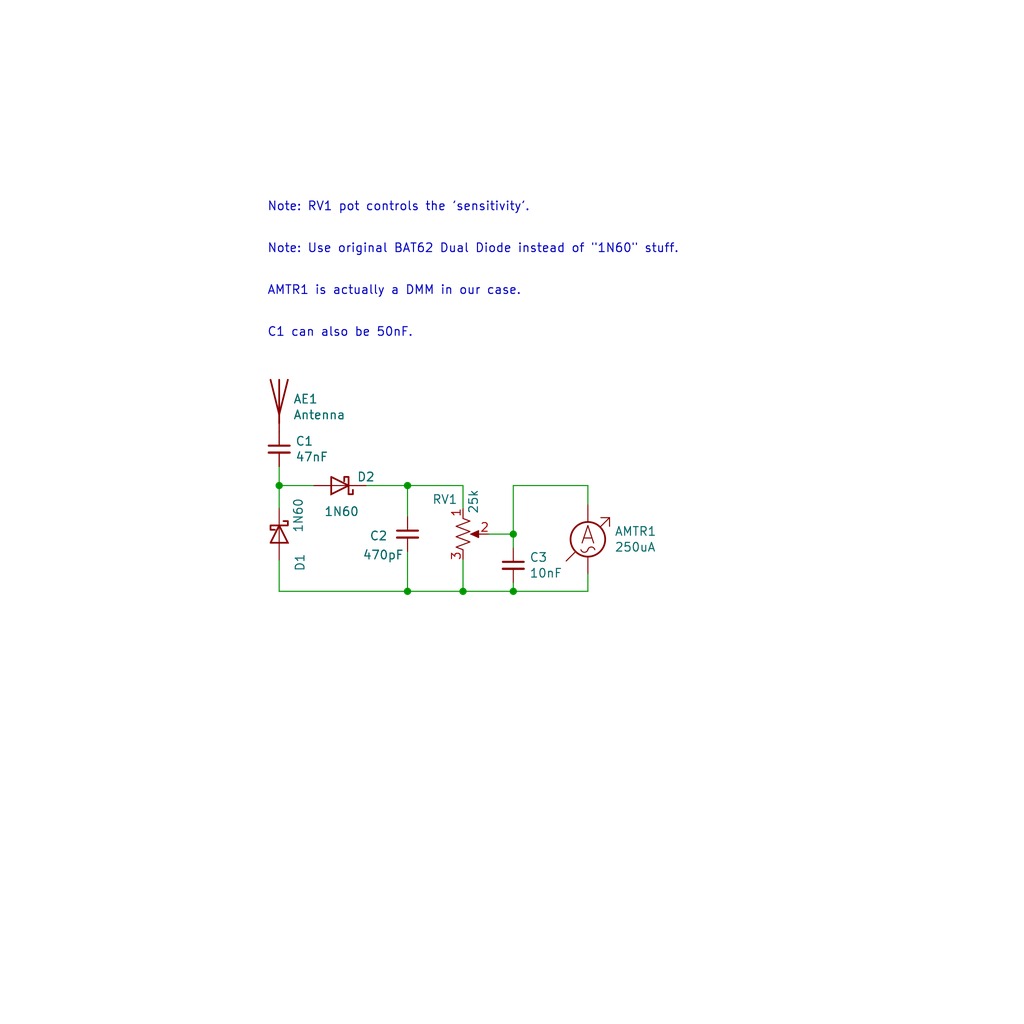
<source format=kicad_sch>
(kicad_sch (version 20211123) (generator eeschema)
  (paper "User" 150.012 150.012)
  (lib_symbols
    (symbol "Device:Amperemeter_AC" (pin_numbers hide) (pin_names (offset 0.0254) hide)
      (property "Reference" "MES" (at -3.302 1.016 0))
      (property "Value" "Device_Amperemeter_AC" (at -3.302 -0.762 0))
      (symbol "Amperemeter_AC_0_0"
        (polyline (pts (xy -3.175 -3.175) (xy -1.905 -1.905)))
        (polyline (pts (xy 1.905 1.905) (xy 3.175 3.175)))
        (polyline (pts (xy 1.905 3.175) (xy 3.175 3.175) (xy 3.175 1.905)))
        (text "A" (at 0 0.635 0) (effects (font (size 2.54 2.54))))
      )
      (symbol "Amperemeter_AC_0_1"
        (arc (start -1.016 -1.524) (mid -0.508 -1.902) (end 0 -1.524))
        (circle (center 0 0) (radius 2.54) (stroke (width 0.254)))
        (arc (start 1.016 -1.524) (mid 0.508 -1.1274) (end 0 -1.524))
      )
      (symbol "Amperemeter_AC_1_1"
        (pin passive line (at 0 -5.08 90) (length 2.54) (name "~") (number "1"))
        (pin passive line (at 0 5.08 270) (length 2.54) (name "~") (number "2"))
      )
    )
    (symbol "Device:Antenna" (pin_numbers hide) (pin_names (offset 1.016) hide)
      (property "Reference" "AE" (at -1.905 1.905 0))
      (property "Value" "Antenna" (at -1.905 0 0))
      (symbol "Antenna_0_1"
        (polyline (pts (xy 0 2.54) (xy 0 -3.81)) (stroke (width 0.254)))
        (polyline (pts (xy 1.27 2.54) (xy 0 -2.54) (xy -1.27 2.54)) (stroke (width 0.254)))
      )
      (symbol "Antenna_1_1"
        (pin input line (at 0 -5.08 90) (length 2.54) (name "A") (number "1"))
      )
    )
    (symbol "Device:C_Small" (pin_numbers hide) (pin_names (offset 0.254) hide)
      (property "Reference" "C" (at 0.254 1.778 0))
      (property "Value" "C_Small" (at 0.254 -2.032 0))
      (symbol "C_Small_0_1"
        (polyline (pts (xy -1.524 -0.508) (xy 1.524 -0.508)) (stroke (width 0.3302)))
        (polyline (pts (xy -1.524 0.508) (xy 1.524 0.508)) (stroke (width 0.3048)))
      )
      (symbol "C_Small_1_1"
        (pin passive line (at 0 2.54 270) (length 2.032) (name "~") (number "1"))
        (pin passive line (at 0 -2.54 90) (length 2.032) (name "~") (number "2"))
      )
    )
    (symbol "Device:R_POT_US" (pin_names (offset 1.016) hide)
      (property "Reference" "RV" (at -4.445 0 90))
      (property "Value" "Device_R_POT_US" (at -2.54 0 90))
      (symbol "R_POT_US_0_1"
        (polyline (pts (xy 0 -2.286) (xy 0 -2.54)))
        (polyline (pts (xy 0 2.54) (xy 0 2.286)))
        (polyline (pts (xy 2.54 0) (xy 1.524 0)))
        (polyline (pts (xy 1.143 0) (xy 2.286 0.508) (xy 2.286 -0.508) (xy 1.143 0)) (fill (type outline)))
        (polyline (pts (xy 0 -0.762) (xy 1.016 -1.143) (xy 0 -1.524) (xy -1.016 -1.905) (xy 0 -2.286)))
        (polyline (pts (xy 0 0.762) (xy 1.016 0.381) (xy 0 0) (xy -1.016 -0.381) (xy 0 -0.762)))
        (polyline (pts (xy 0 2.286) (xy 1.016 1.905) (xy 0 1.524) (xy -1.016 1.143) (xy 0 0.762)))
      )
      (symbol "R_POT_US_1_1"
        (pin passive line (at 0 3.81 270) (length 1.27) (name "1") (number "1"))
        (pin passive line (at 3.81 0 180) (length 1.27) (name "2") (number "2"))
        (pin passive line (at 0 -3.81 90) (length 1.27) (name "3") (number "3"))
      )
    )
    (symbol "Diode:1N5711" (pin_numbers hide) (pin_names (offset 1.016) hide)
      (property "Reference" "D" (at 0 2.54 0))
      (property "Value" "1N5711" (at 0 -2.54 0))
      (symbol "1N5711_0_1"
        (polyline (pts (xy 1.27 0) (xy -1.27 0)))
        (polyline (pts (xy 1.27 1.27) (xy 1.27 -1.27) (xy -1.27 0) (xy 1.27 1.27)) (stroke (width 0.254)))
        (polyline (pts (xy -1.905 0.635) (xy -1.905 1.27) (xy -1.27 1.27) (xy -1.27 -1.27) (xy -0.635 -1.27) (xy -0.635 -0.635)) (stroke (width 0.254)))
      )
      (symbol "1N5711_1_1"
        (pin passive line (at -3.81 0 0) (length 2.54) (name "K") (number "1"))
        (pin passive line (at 3.81 0 180) (length 2.54) (name "A") (number "2"))
      )
    )
  )
  (junction (at 75.184 86.614))
  (junction (at 67.818 86.614))
  (junction (at 40.894 71.12))
  (junction (at 59.69 86.614))
  (junction (at 59.69 71.12))
  (junction (at 75.184 78.232))
  (wire (pts (xy 40.894 68.326) (xy 40.894 71.12)))
  (wire (pts (xy 59.69 86.614) (xy 67.818 86.614)))
  (wire (pts (xy 75.184 86.614) (xy 86.106 86.614)))
  (wire (pts (xy 40.894 74.422) (xy 40.894 71.12)))
  (wire (pts (xy 71.628 78.232) (xy 75.184 78.232)))
  (wire (pts (xy 75.184 78.232) (xy 75.184 71.12)))
  (wire (pts (xy 67.818 71.12) (xy 67.818 74.422)))
  (wire (pts (xy 86.106 84.074) (xy 86.106 86.614)))
  (wire (pts (xy 67.818 86.614) (xy 75.184 86.614)))
  (wire (pts (xy 59.69 75.692) (xy 59.69 71.12)))
  (wire (pts (xy 40.894 86.614) (xy 59.69 86.614)))
  (wire (pts (xy 59.69 71.12) (xy 67.818 71.12)))
  (wire (pts (xy 59.69 86.614) (xy 59.69 80.772)))
  (wire (pts (xy 40.894 82.042) (xy 40.894 86.614)))
  (wire (pts (xy 59.69 71.12) (xy 53.594 71.12)))
  (wire (pts (xy 75.184 78.232) (xy 75.184 80.264)))
  (wire (pts (xy 67.818 82.042) (xy 67.818 86.614)))
  (wire (pts (xy 75.184 71.12) (xy 86.106 71.12)))
  (wire (pts (xy 75.184 85.344) (xy 75.184 86.614)))
  (wire (pts (xy 86.106 71.12) (xy 86.106 73.914)))
  (wire (pts (xy 40.894 71.12) (xy 45.974 71.12)))
  (text "Note: RV1 pot controls the 'sensitivity'.\n\n\nNote: Use original BAT62 Dual Diode instead of \"1N60\" stuff.\n\n\nAMTR1 is actually a DMM in our case.\n\n\nC1 can also be 50nF." (at 39.116 49.53 0) (effects (font (size 1.27 1.27)) (justify left bottom)))
  (symbol (lib_id "Diode:1N5711") (at 49.784 71.12 180) (unit 1)
    (property "Reference" "D2" (at 53.594 69.85 0))
    (property "Value" "1N60" (at 50.038 74.93 0))
    (property "Footprint" "Diode_THT:D_DO-35_SOD27_P7.62mm_Horizontal" (effects hide))
    (property "Datasheet" "https://www.microsemi.com/document-portal/doc_download/8865-lds-0040-datasheet" (effects hide))
  )
  (symbol (lib_id "Diode:1N5711") (at 40.894 78.232 270) (unit 1)
    (property "Reference" "D1" (at 43.942 81.026 0) (effects (justify left)))
    (property "Value" "1N60" (at 43.688 72.898 0) (effects (justify left)))
    (property "Footprint" "Diode_THT:D_DO-35_SOD27_P7.62mm_Horizontal" (effects hide))
    (property "Datasheet" "https://www.microsemi.com/document-portal/doc_download/8865-lds-0040-datasheet" (effects hide))
  )
  (symbol (lib_id "Device:C_Small") (at 59.69 78.232 0) (unit 1)
    (property "Reference" "C2" (at 54.102 78.486 0) (effects (justify left)))
    (property "Value" "470pF" (at 53.086 81.28 0) (effects (justify left)))
  )
  (symbol (lib_id "Device:R_POT_US") (at 67.818 78.232 0) (unit 1)
    (property "Reference" "RV1" (at 67.056 73.152 0) (effects (justify right)))
    (property "Value" "25k" (at 69.342 71.628 90) (effects (justify right)))
  )
  (symbol (lib_id "Device:C_Small") (at 75.184 82.804 0) (unit 1)
    (property "Reference" "C3" (at 77.5208 81.6356 0) (effects (justify left)))
    (property "Value" "10nF" (at 77.5208 83.947 0) (effects (justify left)))
  )
  (symbol (lib_id "Device:C_Small") (at 40.894 65.786 0) (unit 1)
    (property "Reference" "C1" (at 43.2308 64.6176 0) (effects (justify left)))
    (property "Value" "47nF" (at 43.2308 66.929 0) (effects (justify left)))
  )
  (symbol (lib_id "Device:Antenna") (at 40.894 58.166 0) (unit 1)
    (property "Reference" "AE1" (at 42.926 58.4454 0) (effects (justify left)))
    (property "Value" "Antenna" (at 42.926 60.7568 0) (effects (justify left)))
  )
  (symbol (lib_id "Device:Amperemeter_AC") (at 86.106 78.994 0) (unit 1)
    (property "Reference" "AMTR1" (at 89.9922 77.8256 0) (effects (justify left)))
    (property "Value" "250uA" (at 89.9922 80.137 0) (effects (justify left)))
  )
)
</source>
